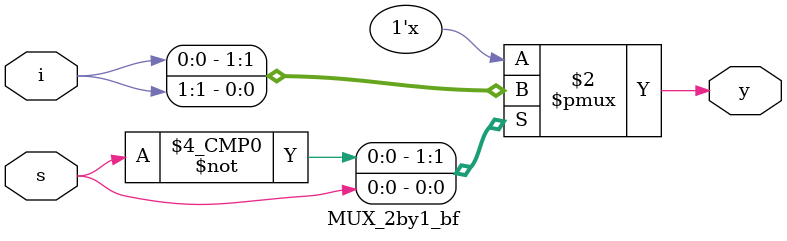
<source format=v>
`timescale 1ns / 1ps


module MUX_2by1_bf(y,s,i);
input s;
input [1:0]i;
output reg y;

always @ (s,i)
begin
case(s)   
0:y = i[0];
1:y = i[1];
endcase
end
endmodule

</source>
